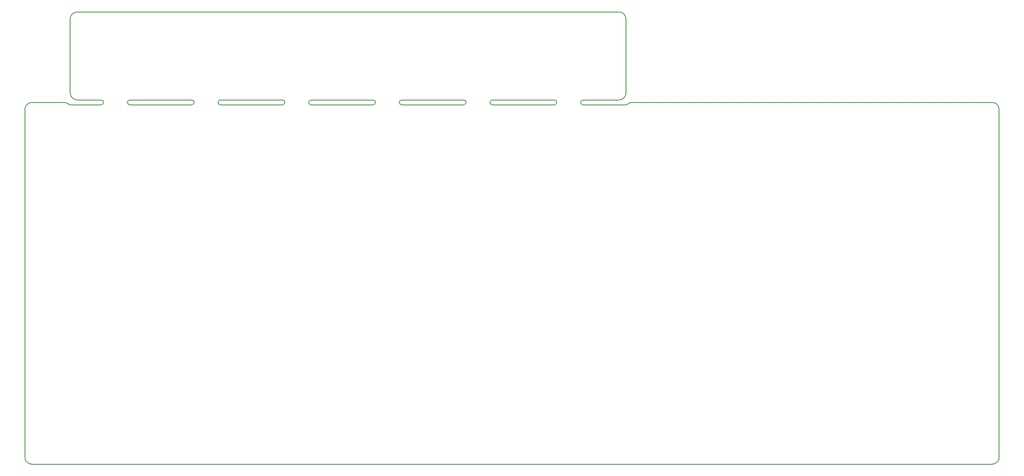
<source format=gbr>
G04 #@! TF.GenerationSoftware,KiCad,Pcbnew,(6.0.1-0)*
G04 #@! TF.CreationDate,2022-03-04T04:09:13-07:00*
G04 #@! TF.ProjectId,qazivan_m,71617a69-7661-46e5-9f6d-2e6b69636164,rev?*
G04 #@! TF.SameCoordinates,Original*
G04 #@! TF.FileFunction,Profile,NP*
%FSLAX46Y46*%
G04 Gerber Fmt 4.6, Leading zero omitted, Abs format (unit mm)*
G04 Created by KiCad (PCBNEW (6.0.1-0)) date 2022-03-04 04:09:13*
%MOMM*%
%LPD*%
G01*
G04 APERTURE LIST*
G04 #@! TA.AperFunction,Profile*
%ADD10C,0.200000*%
G04 #@! TD*
G04 APERTURE END LIST*
D10*
X44560531Y-52340000D02*
G75*
G03*
X44891250Y-52465000I330719J375001D01*
G01*
X133616250Y-51465000D02*
G75*
G03*
X133616250Y-52465000I0J-500000D01*
G01*
X160216250Y-51465000D02*
G75*
G03*
X161716250Y-49965000I-1J1500001D01*
G01*
X240153750Y-53465000D02*
X240153750Y-126665000D01*
X238653750Y-128165000D02*
G75*
G03*
X240153750Y-126665000I-1J1500001D01*
G01*
X44560531Y-52340000D02*
G75*
G03*
X43568374Y-51965000I-992155J-1124995D01*
G01*
X35366250Y-126665000D02*
G75*
G03*
X36866250Y-128165000I1500001J1D01*
G01*
X70466250Y-52465000D02*
G75*
G03*
X70466250Y-51465000I0J500000D01*
G01*
X163039126Y-51965000D02*
X238653750Y-51965000D01*
X146666250Y-52465000D02*
X133616250Y-52465000D01*
X163039126Y-51965000D02*
G75*
G03*
X162046969Y-52340000I-2J-1499995D01*
G01*
X44891250Y-49965000D02*
X44891250Y-34415000D01*
X89516250Y-52465000D02*
G75*
G03*
X89516250Y-51465000I0J500000D01*
G01*
X161716250Y-52465000D02*
G75*
G03*
X162046969Y-52340000I0J500001D01*
G01*
X146666250Y-52465000D02*
G75*
G03*
X146666250Y-51465000I0J500000D01*
G01*
X95516250Y-51465000D02*
G75*
G03*
X95516250Y-52465000I0J-500000D01*
G01*
X76466250Y-51465000D02*
X89516250Y-51465000D01*
X35366250Y-126665000D02*
X35366250Y-53465000D01*
X51416250Y-51465000D02*
X46391250Y-51465000D01*
X44891250Y-49965000D02*
G75*
G03*
X46391250Y-51465000I1500001J1D01*
G01*
X238653750Y-128165000D02*
X36866250Y-128165000D01*
X161716250Y-34415000D02*
X161716250Y-49965000D01*
X36866250Y-51965000D02*
X43568374Y-51965000D01*
X95516250Y-51465000D02*
X108566250Y-51465000D01*
X114566250Y-51465000D02*
X127616250Y-51465000D01*
X240153750Y-53465000D02*
G75*
G03*
X238653750Y-51965000I-1500001J-1D01*
G01*
X46391250Y-32915000D02*
G75*
G03*
X44891250Y-34415000I1J-1500001D01*
G01*
X70466250Y-52465000D02*
X57416250Y-52465000D01*
X152666250Y-51465000D02*
G75*
G03*
X152666250Y-52465000I0J-500000D01*
G01*
X76466250Y-51465000D02*
G75*
G03*
X76466250Y-52465000I0J-500000D01*
G01*
X108566250Y-52465000D02*
X95516250Y-52465000D01*
X36866250Y-51965000D02*
G75*
G03*
X35366250Y-53465000I1J-1500001D01*
G01*
X89516250Y-52465000D02*
X76466250Y-52465000D01*
X46391250Y-32915000D02*
X160216250Y-32915000D01*
X57416250Y-51465000D02*
G75*
G03*
X57416250Y-52465000I0J-500000D01*
G01*
X152666250Y-52465000D02*
X161716250Y-52465000D01*
X127616250Y-52465000D02*
X114566250Y-52465000D01*
X51416250Y-52465000D02*
G75*
G03*
X51416250Y-51465000I0J500000D01*
G01*
X160216250Y-51465000D02*
X152666250Y-51465000D01*
X44891250Y-52465000D02*
X51416250Y-52465000D01*
X161716250Y-34415000D02*
G75*
G03*
X160216250Y-32915000I-1500001J-1D01*
G01*
X133616250Y-51465000D02*
X146666250Y-51465000D01*
X127616250Y-52465000D02*
G75*
G03*
X127616250Y-51465000I0J500000D01*
G01*
X57416250Y-51465000D02*
X70466250Y-51465000D01*
X108566250Y-52465000D02*
G75*
G03*
X108566250Y-51465000I0J500000D01*
G01*
X114566250Y-51465000D02*
G75*
G03*
X114566250Y-52465000I0J-500000D01*
G01*
M02*

</source>
